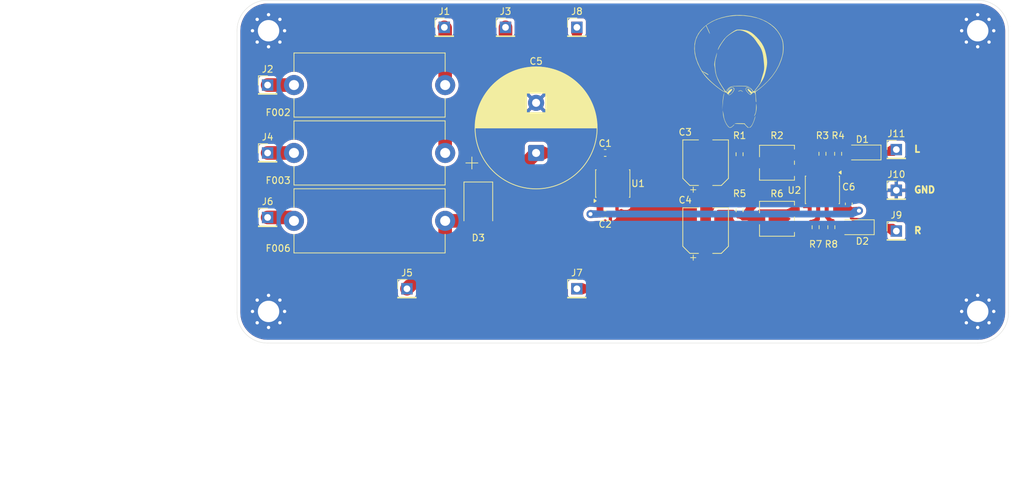
<source format=kicad_pcb>
(kicad_pcb (version 20241229) (generator "pcbnew") (generator_version "9.0")
  (layers (0 "F.Cu" signal) (2 "B.Cu" signal) (13 "F.Paste" user) (15 "B.Paste" user) (5 "F.SilkS" user "F.Silkscreen") (7 "B.SilkS" user "B.Silkscreen") (1 "F.Mask" user) (3 "B.Mask" user) (25 "Edge.Cuts" user))
  (net 0 "")
  (net 1 "GND")
  (net 2 "Net-(D3-K)")
  (net 3 "+5V")
  (net 4 "Net-(C3-Pad2)")
  (net 5 "Net-(J7-Pin_1)")
  (net 6 "Net-(J8-Pin_1)")
  (net 7 "Net-(C4-Pad2)")
  (net 8 "Net-(D1-K)")
  (net 9 "Net-(D1-A)")
  (net 10 "Net-(D2-A)")
  (net 11 "Net-(D2-K)")
  (net 12 "Net-(D3-A)")
  (net 13 "Net-(J4-Pin_1)")
  (net 14 "Net-(J1-Pin_1)")
  (net 15 "Net-(J6-Pin_1)")
  (net 16 "Net-(J2-Pin_1)")
  (net 17 "Net-(J3-Pin_1)")
  (net 18 "Net-(R1-Pad2)")
  (net 19 "Net-(U2A--)")
  (net 20 "Net-(R3-Pad2)")
  (net 21 "Net-(R5-Pad2)")
  (net 22 "Net-(U2B--)")
  (net 23 "Net-(R7-Pad2)")
  (footprint "Connector_PinHeader_2.54mm:PinHeader_1x01_P2.54mm_Vertical" (layer "F.Cu") (at 156.9245 79.7085)
    (property "Reference" "J8" (at 0 -2.38 0) (layer "F.SilkS"))
    (property "Value" "Conn_01x01_Pin")
    (pad "1" thru_hole rect (at 0 0) (size 1.7 1.7) (drill 1) (layers "*.Cu" "*.Mask") (net 6 "Net-(J8-Pin_1)"))
  )
  (footprint "Capacitor_SMD:CP_Elec_6.3x7.7" (layer "F.Cu") (at 176.1655 110.1235 90)
    (property "Reference" "C4" (at 4.572 -3.048 180) (layer "F.SilkS"))
    (property "Value" "22µF")
    (pad "1" smd roundrect (at -2.7 0 90) (size 3.5 1.6) (layers "F.Cu" "F.Mask" "F.Paste") (roundrect_rratio 0.15625) (net 5 "Net-(J7-Pin_1)"))
    (pad "2" smd roundrect (at 2.7 0 90) (size 3.5 1.6) (layers "F.Cu" "F.Mask" "F.Paste") (roundrect_rratio 0.15625) (net 7 "Net-(C4-Pad2)"))
  )
  (footprint "Resistor_SMD:R_0603_1608Metric" (layer "F.Cu") (at 195.9775 98.6305 90)
    (property "Reference" "R4" (at 2.731 0 180) (layer "F.SilkS"))
    (property "Value" "15k")
    (pad "1" smd roundrect (at -0.825 0 90) (size 0.8 0.95) (layers "F.Cu" "F.Mask" "F.Paste") (net 20 "Net-(R3-Pad2)"))
    (pad "2" smd roundrect (at 0.825 0 90) (size 0.8 0.95) (layers "F.Cu" "F.Mask" "F.Paste") (net 9 "Net-(D1-A)"))
  )
  (footprint "Connector_PinHeader_2.54mm:PinHeader_1x01_P2.54mm_Vertical" (layer "F.Cu") (at 204.6765 104.0925)
    (property "Reference" "J10" (at 0 -2.38 0) (layer "F.SilkS"))
    (property "Value" "Conn_01x01_Pin")
    (pad "1" thru_hole rect (at 0 0) (size 1.7 1.7) (drill 1) (layers "*.Cu" "*.Mask") (net 1 "GND"))
  )
  (footprint "Fuse:Fuseholder_Cylinder-5x20mm_Stelvio-Kontek_PTF78_Horizontal_Open" (layer "F.Cu") (at 114.6365 108.6645)
    (property "Reference" "F006" (at -2.3685 4.1115 0) (layer "F.SilkS"))
    (property "Value" "T1.6A")
    (pad "1" thru_hole circle (at 0 0) (size 3 3) (drill 1.5) (layers "*.Cu" "*.Mask") (net 15 "Net-(J6-Pin_1)"))
    (pad "2" thru_hole circle (at 22.6 0) (size 3 3) (drill 1.5) (layers "*.Cu" "*.Mask") (net 12 "Net-(D3-A)"))
  )
  (footprint "Connector_PinHeader_2.54mm:PinHeader_1x01_P2.54mm_Vertical" (layer "F.Cu") (at 110.6965 98.5045)
    (property "Reference" "J4" (at 0 -2.38 0) (layer "F.SilkS"))
    (property "Value" "Conn_01x01_Pin")
    (pad "1" thru_hole rect (at 0 0) (size 1.7 1.7) (drill 1) (layers "*.Cu" "*.Mask") (net 13 "Net-(J4-Pin_1)"))
  )
  (footprint "Potentiometer_SMD:Potentiometer_Vishay_TS53YL_Vertical" (layer "F.Cu") (at 186.8335 99.9635)
    (property "Reference" "R2" (at 0 -4.064 0) (layer "F.SilkS"))
    (property "Value" "5k")
    (pad "1" smd roundrect (at 2.75 -1.15) (size 1.3 1.3) (layers "F.Cu" "F.Mask" "F.Paste") (roundrect_rratio 0.192308) (net 18 "Net-(R1-Pad2)"))
    (pad "2" smd roundrect (at -2.75 0) (size 2 1.3) (layers "F.Cu" "F.Mask" "F.Paste") (roundrect_rratio 0.192308) (net 18 "Net-(R1-Pad2)"))
    (pad "3" smd roundrect (at 2.75 1.15) (size 1.3 1.3) (layers "F.Cu" "F.Mask" "F.Paste") (roundrect_rratio 0.192308) (net 19 "Net-(U2A--)"))
  )
  (footprint "Capacitor_THT:CP_Radial_D18.0mm_P7.50mm" (layer "F.Cu") (at 150.8285 98.5045 90)
    (property "Reference" "C5" (at 13.716 0 180) (layer "F.SilkS"))
    (property "Value" "10mF")
    (pad "1" thru_hole roundrect (at 0 0 90) (size 2.4 2.4) (drill 1.2) (layers "*.Cu" "*.Mask") (roundrect_rratio 0.104167) (net 2 "Net-(D3-K)"))
    (pad "2" thru_hole circle (at 7.5 0 90) (size 2.4 2.4) (drill 1.2) (layers "*.Cu" "*.Mask") (net 1 "GND"))
  )
  (footprint "Connector_PinHeader_2.54mm:PinHeader_1x01_P2.54mm_Vertical" (layer "F.Cu") (at 204.6765 97.9965)
    (property "Reference" "J11" (at 0 -2.38 0) (layer "F.SilkS"))
    (property "Value" "Conn_01x01_Pin")
    (pad "1" thru_hole rect (at 0 0) (size 1.7 1.7) (drill 1) (layers "*.Cu" "*.Mask") (net 8 "Net-(D1-K)"))
  )
  (footprint "Connector_PinHeader_2.54mm:PinHeader_1x01_P2.54mm_Vertical" (layer "F.Cu") (at 146.2565 79.7085)
    (property "Reference" "J3" (at 0 -2.38 0) (layer "F.SilkS"))
    (property "Value" "Conn_01x01_Pin")
    (pad "1" thru_hole rect (at 0 0) (size 1.7 1.7) (drill 1) (layers "*.Cu" "*.Mask") (net 17 "Net-(J3-Pin_1)"))
  )
  (footprint "Connector_PinHeader_2.54mm:PinHeader_1x01_P2.54mm_Vertical" (layer "F.Cu") (at 131.5245 118.8245)
    (property "Reference" "J5" (at 0 -2.38 0) (layer "F.SilkS"))
    (property "Value" "Conn_01x01_Pin")
    (pad "1" thru_hole rect (at 0 0) (size 1.7 1.7) (drill 1) (layers "*.Cu" "*.Mask") (net 12 "Net-(D3-A)"))
  )
  (footprint "Resistor_SMD:R_0603_1608Metric" (layer "F.Cu") (at 192.6125 109.6155 -90)
    (property "Reference" "R7" (at 2.54 0 0) (layer "F.SilkS"))
    (property "Value" "82k")
    (pad "1" smd roundrect (at -0.825 0 270) (size 0.8 0.95) (layers "F.Cu" "F.Mask" "F.Paste") (net 22 "Net-(U2B--)"))
    (pad "2" smd roundrect (at 0.825 0 270) (size 0.8 0.95) (layers "F.Cu" "F.Mask" "F.Paste") (net 23 "Net-(R7-Pad2)"))
  )
  (footprint "Diode_SMD:D_MiniMELF" (layer "F.Cu") (at 198.7085 109.6155 180)
    (property "Reference" "D2" (at -0.888 -2.097 0) (layer "F.SilkS"))
    (property "Value" "LL4148")
    (pad "1" smd roundrect (at -1.75 0 180) (size 1.3 1.7) (layers "F.Cu" "F.Mask" "F.Paste") (roundrect_rratio 0.1923076923) (net 11 "Net-(D2-K)"))
    (pad "2" smd roundrect (at 1.75 0 180) (size 1.3 1.7) (layers "F.Cu" "F.Mask" "F.Paste") (roundrect_rratio 0.1923076923) (net 10 "Net-(D2-A)"))
  )
  (footprint "MountingHole:MountingHole_3.2mm_M3_Pad_Via" (layer "F.Cu") (at 216.8365 122.2165)
    (property "Reference" "H4" (hide yes))
    (property "Value" "MountingHole_Pad")
    (pad "1" thru_hole circle (at -2.4 0) (size 0.8 0.8) (drill 0.5) (layers "*.Cu" "*.Mask") (net 1 "GND"))
    (pad "1" thru_hole circle (at -1.697056 -1.697056) (size 0.8 0.8) (drill 0.5) (layers "*.Cu" "*.Mask") (net 1 "GND"))
    (pad "1" thru_hole circle (at -1.697056 1.697056) (size 0.8 0.8) (drill 0.5) (layers "*.Cu" "*.Mask") (net 1 "GND"))
    (pad "1" thru_hole circle (at 0 -2.4) (size 0.8 0.8) (drill 0.5) (layers "*.Cu" "*.Mask") (net 1 "GND"))
    (pad "1" thru_hole circle (at 0 0) (size 6.4 6.4) (drill 3.2) (layers "*.Cu" "*.Mask") (net 1 "GND"))
    (pad "1" thru_hole circle (at 0 2.4) (size 0.8 0.8) (drill 0.5) (layers "*.Cu" "*.Mask") (net 1 "GND"))
    (pad "1" thru_hole circle (at 1.697056 -1.697056) (size 0.8 0.8) (drill 0.5) (layers "*.Cu" "*.Mask") (net 1 "GND"))
    (pad "1" thru_hole circle (at 1.697056 1.697056) (size 0.8 0.8) (drill 0.5) (layers "*.Cu" "*.Mask") (net 1 "GND"))
    (pad "1" thru_hole circle (at 2.4 0) (size 0.8 0.8) (drill 0.5) (layers "*.Cu" "*.Mask") (net 1 "GND"))
  )
  (footprint "Package_SO:SOIC-8_3.9x4.9mm_P1.27mm" (layer "F.Cu") (at 162.2875 103.0765 90)
    (property "Reference" "U1" (at 0 3.781 180) (layer "F.SilkS"))
    (property "Value" "L78L05_SO8")
    (pad "1" smd roundrect (at -2.475 -1.905 90) (size 1.95 0.6) (layers "F.Cu" "F.Mask" "F.Paste") (net 3 "+5V"))
    (pad "2" smd roundrect (at -2.475 -0.635 90) (size 1.95 0.6) (layers "F.Cu" "F.Mask" "F.Paste") (net 1 "GND"))
    (pad "3" smd roundrect (at -2.475 0.635 90) (size 1.95 0.6) (layers "F.Cu" "F.Mask" "F.Paste") (net 1 "GND"))
    (pad "4" smd roundrect (at -2.475 1.905 90) (size 1.95 0.6) (layers "F.Cu" "F.Mask" "F.Paste"))
    (pad "5" smd roundrect (at 2.475 1.905 90) (size 1.95 0.6) (layers "F.Cu" "F.Mask" "F.Paste"))
    (pad "6" smd roundrect (at 2.475 0.635 90) (size 1.95 0.6) (layers "F.Cu" "F.Mask" "F.Paste") (net 1 "GND"))
    (pad "7" smd roundrect (at 2.475 -0.635 90) (size 1.95 0.6) (layers "F.Cu" "F.Mask" "F.Paste") (net 1 "GND"))
    (pad "8" smd roundrect (at 2.475 -1.905 90) (size 1.95 0.6) (layers "F.Cu" "F.Mask" "F.Paste") (net 2 "Net-(D3-K)"))
  )
  (footprint "Potentiometer_SMD:Potentiometer_Vishay_TS53YL_Vertical" (layer "F.Cu") (at 186.8335 108.3515)
    (property "Reference" "R6" (at 0 -3.75 0) (layer "F.SilkS"))
    (property "Value" "5k")
    (pad "1" smd roundrect (at 2.75 -1.15) (size 1.3 1.3) (layers "F.Cu" "F.Mask" "F.Paste") (roundrect_rratio 0.192308) (net 21 "Net-(R5-Pad2)"))
    (pad "2" smd roundrect (at -2.75 0) (size 2 1.3) (layers "F.Cu" "F.Mask" "F.Paste") (roundrect_rratio 0.192308) (net 21 "Net-(R5-Pad2)"))
    (pad "3" smd roundrect (at 2.75 1.15) (size 1.3 1.3) (layers "F.Cu" "F.Mask" "F.Paste") (roundrect_rratio 0.192308) (net 22 "Net-(U2B--)"))
  )
  (footprint "Image:Frog" (layer "F.Cu") (at 170.986379 86.170356)
    (property "Reference" "Frog**" (hide yes))
    (property "Value" "Frog")
  )
  (footprint "Connector_PinHeader_2.54mm:PinHeader_1x01_P2.54mm_Vertical" (layer "F.Cu") (at 110.6965 108.1565)
    (property "Reference" "J6" (at 0 -2.38 0) (layer "F.SilkS"))
    (property "Value" "Conn_01x01_Pin")
    (pad "1" thru_hole rect (at 0 0) (size 1.7 1.7) (drill 1) (layers "*.Cu" "*.Mask") (net 15 "Net-(J6-Pin_1)"))
  )
  (footprint "Capacitor_SMD:CP_Elec_6.3x7.7" (layer "F.Cu") (at 176.1655 99.9635 90)
    (property "Reference" "C3" (at 4.572 -3.048 0) (layer "F.SilkS"))
    (property "Value" "22µF")
    (pad "1" smd roundrect (at -2.7 0 90) (size 3.5 1.6) (layers "F.Cu" "F.Mask" "F.Paste") (roundrect_rratio 0.15625) (net 6 "Net-(J8-Pin_1)"))
    (pad "2" smd roundrect (at 2.7 0 90) (size 3.5 1.6) (layers "F.Cu" "F.Mask" "F.Paste") (roundrect_rratio 0.15625) (net 4 "Net-(C3-Pad2)"))
  )
  (footprint "Capacitor_SMD:C_0603_1608Metric" (layer "F.Cu") (at 161.1575 107.6485)
    (property "Reference" "C2" (at 0 1.524 0) (layer "F.SilkS"))
    (property "Value" "100nF")
    (pad "1" smd roundrect (at -0.775 0) (size 0.9 0.95) (layers "F.Cu" "F.Mask" "F.Paste") (net 3 "+5V"))
    (pad "2" smd roundrect (at 0.775 0) (size 0.9 0.95) (layers "F.Cu" "F.Mask" "F.Paste") (net 1 "GND"))
  )
  (footprint "Connector_PinHeader_2.54mm:PinHeader_1x01_P2.54mm_Vertical" (layer "F.Cu") (at 137.1125 79.7085)
    (property "Reference" "J1" (at 0 -2.38 0) (layer "F.SilkS"))
    (property "Value" "Conn_01x01_Pin")
    (pad "1" thru_hole rect (at 0 0) (size 1.7 1.7) (drill 1) (layers "*.Cu" "*.Mask") (net 14 "Net-(J1-Pin_1)"))
  )
  (footprint "Resistor_SMD:R_0603_1608Metric" (layer "F.Cu") (at 193.6285 98.6305 90)
    (property "Reference" "R3" (at 2.731 0 180) (layer "F.SilkS"))
    (property "Value" "82k")
    (pad "1" smd roundrect (at -0.825 0 90) (size 0.8 0.95) (layers "F.Cu" "F.Mask" "F.Paste") (net 19 "Net-(U2A--)"))
    (pad "2" smd roundrect (at 0.825 0 90) (size 0.8 0.95) (layers "F.Cu" "F.Mask" "F.Paste") (net 20 "Net-(R3-Pad2)"))
  )
  (footprint "Fuse:Fuseholder_Cylinder-5x20mm_Stelvio-Kontek_PTF78_Horizontal_Open" (layer "F.Cu") (at 114.6365 88.3445)
    (property "Reference" "F002" (at -2.3685 4.1115 0) (layer "F.SilkS"))
    (property "Value" "T4A")
    (pad "1" thru_hole circle (at 0 0) (size 3 3) (drill 1.5) (layers "*.Cu" "*.Mask") (net 16 "Net-(J2-Pin_1)"))
    (pad "2" thru_hole circle (at 22.6 0) (size 3 3) (drill 1.5) (layers "*.Cu" "*.Mask") (net 14 "Net-(J1-Pin_1)"))
  )
  (footprint "Capacitor_SMD:C_0603_1608Metric" (layer "F.Cu") (at 197.5645 106.1245 90)
    (property "Reference" "C6" (at 2.54 0 180) (layer "F.SilkS"))
    (property "Value" "100nF")
    (pad "1" smd roundrect (at -0.775 0 90) (size 0.9 0.95) (layers "F.Cu" "F.Mask" "F.Paste") (net 3 "+5V"))
    (pad "2" smd roundrect (at 0.775 0 90) (size 0.9 0.95) (layers "F.Cu" "F.Mask" "F.Paste") (net 1 "GND"))
  )
  (footprint "Diode_SMD:D_MiniMELF" (layer "F.Cu") (at 199.7245 98.4395 180)
    (property "Reference" "D1" (at 0.128 1.967 0) (layer "F.SilkS"))
    (property "Value" "LL4148")
    (pad "1" smd roundrect (at -1.75 0 180) (size 1.3 1.7) (layers "F.Cu" "F.Mask" "F.Paste") (roundrect_rratio 0.1923076923) (net 8 "Net-(D1-K)"))
    (pad "2" smd roundrect (at 1.75 0 180) (size 1.3 1.7) (layers "F.Cu" "F.Mask" "F.Paste") (roundrect_rratio 0.1923076923) (net 9 "Net-(D1-A)"))
  )
  (footprint "Fuse:Fuseholder_Cylinder-5x20mm_Stelvio-Kontek_PTF78_Horizontal_Open" (layer "F.Cu") (at 114.6365 98.5045)
    (property "Reference" "F003" (at -2.3685 4.1115 0) (layer "F.SilkS"))
    (property "Value" "T4A")
    (pad "1" thru_hole circle (at 0 0) (size 3 3) (drill 1.5) (layers "*.Cu" "*.Mask") (net 13 "Net-(J4-Pin_1)"))
    (pad "2" thru_hole circle (at 22.6 0) (size 3 3) (drill 1.5) (layers "*.Cu" "*.Mask") (net 17 "Net-(J3-Pin_1)"))
  )
  (footprint "MountingHole:MountingHole_3.2mm_M3_Pad_Via" (layer "F.Cu") (at 110.8365 80.2165)
    (property "Reference" "H1" (hide yes))
    (property "Value" "MountingHole_Pad")
    (pad "1" thru_hole circle (at -2.4 0) (size 0.8 0.8) (drill 0.5) (layers "*.Cu" "*.Mask") (net 1 "GND"))
    (pad "1" thru_hole circle (at -1.697056 -1.697056) (size 0.8 0.8) (drill 0.5) (layers "*.Cu" "*.Mask") (net 1 "GND"))
    (pad "1" thru_hole circle (at -1.697056 1.697056) (size 0.8 0.8) (drill 0.5) (layers "*.Cu" "*.Mask") (net 1 "GND"))
    (pad "1" thru_hole circle (at 0 -2.4) (size 0.8 0.8) (drill 0.5) (layers "*.Cu" "*.Mask") (net 1 "GND"))
    (pad "1" thru_hole circle (at 0 0) (size 6.4 6.4) (drill 3.2) (layers "*.Cu" "*.Mask") (net 1 "GND"))
    (pad "1" thru_hole circle (at 0 2.4) (size 0.8 0.8) (drill 0.5) (layers "*.Cu" "*.Mask") (net 1 "GND"))
    (pad "1" thru_hole circle (at 1.697056 -1.697056) (size 0.8 0.8) (drill 0.5) (layers "*.Cu" "*.Mask") (net 1 "GND"))
    (pad "1" thru_hole circle (at 1.697056 1.697056) (size 0.8 0.8) (drill 0.5) (layers "*.Cu" "*.Mask") (net 1 "GND"))
    (pad "1" thru_hole circle (at 2.4 0) (size 0.8 0.8) (drill 0.5) (layers "*.Cu" "*.Mask") (net 1 "GND"))
  )
  (footprint "Resistor_SMD:R_0603_1608Metric" (layer "F.Cu") (at 181.2455 107.0815 -90)
    (property "Reference" "R5" (at -2.5 0 0) (layer "F.SilkS"))
    (property "Value" "10k")
    (pad "1" smd roundrect (at -0.825 0 270) (size 0.8 0.95) (layers "F.Cu" "F.Mask" "F.Paste") (net 7 "Net-(C4-Pad2)"))
    (pad "2" smd roundrect (at 0.825 0 270) (size 0.8 0.95) (layers "F.Cu" "F.Mask" "F.Paste") (net 21 "Net-(R5-Pad2)"))
  )
  (footprint "Connector_PinHeader_2.54mm:PinHeader_1x01_P2.54mm_Vertical" (layer "F.Cu") (at 156.9245 118.8245)
    (property "Reference" "J7" (at 0 -2.38 0) (layer "F.SilkS"))
    (property "Value" "Conn_01x01_Pin")
    (pad "1" thru_hole rect (at 0 0) (size 1.7 1.7) (drill 1) (layers "*.Cu" "*.Mask") (net 5 "Net-(J7-Pin_1)"))
  )
  (footprint "MountingHole:MountingHole_3.2mm_M3_Pad_Via" (layer "F.Cu") (at 110.8365 122.2165)
    (property "Reference" "H3" (hide yes))
    (property "Value" "MountingHole_Pad")
    (pad "1" thru_hole circle (at -2.4 0) (size 0.8 0.8) (drill 0.5) (layers "*.Cu" "*.Mask") (net 1 "GND"))
    (pad "1" thru_hole circle (at -1.697056 -1.697056) (size 0.8 0.8) (drill 0.5) (layers "*.Cu" "*.Mask") (net 1 "GND"))
    (pad "1" thru_hole circle (at -1.697056 1.697056) (size 0.8 0.8) (drill 0.5) (layers "*.Cu" "*.Mask") (net 1 "GND"))
    (pad "1" thru_hole circle (at 0 -2.4) (size 0.8 0.8) (drill 0.5) (layers "*.Cu" "*.Mask") (net 1 "GND"))
    (pad "1" thru_hole circle (at 0 0) (size 6.4 6.4) (drill 3.2) (layers "*.Cu" "*.Mask") (net 1 "GND"))
    (pad "1" thru_hole circle (at 0 2.4) (size 0.8 0.8) (drill 0.5) (layers "*.Cu" "*.Mask") (net 1 "GND"))
    (pad "1" thru_hole circle (at 1.697056 -1.697056) (size 0.8 0.8) (drill 0.5) (layers "*.Cu" "*.Mask") (net 1 "GND"))
    (pad "1" thru_hole circle (at 1.697056 1.697056) (size 0.8 0.8) (drill 0.5) (layers "*.Cu" "*.Mask") (net 1 "GND"))
    (pad "1" thru_hole circle (at 2.4 0) (size 0.8 0.8) (drill 0.5) (layers "*.Cu" "*.Mask") (net 1 "GND"))
  )
  (footprint "Capacitor_SMD:C_0603_1608Metric" (layer "F.Cu") (at 161.1575 98.5045)
    (property "Reference" "C1" (at 0 -1.43 0) (layer "F.SilkS"))
    (property "Value" "2.2µF")
    (pad "1" smd roundrect (at -0.775 0) (size 0.9 0.95) (layers "F.Cu" "F.Mask" "F.Paste") (net 2 "Net-(D3-K)"))
    (pad "2" smd roundrect (at 0.775 0) (size 0.9 0.95) (layers "F.Cu" "F.Mask" "F.Paste") (net 1 "GND"))
  )
  (footprint "Connector_PinHeader_2.54mm:PinHeader_1x01_P2.54mm_Vertical" (layer "F.Cu") (at 204.6765 110.1885)
    (property "Reference" "J9" (at 0 -2.38 0) (layer "F.SilkS"))
    (property "Value" "Conn_01x01_Pin")
    (pad "1" thru_hole rect (at 0 0) (size 1.7 1.7) (drill 1) (layers "*.Cu" "*.Mask") (net 11 "Net-(D2-K)"))
  )
  (footprint "MountingHole:MountingHole_3.2mm_M3_Pad_Via" (layer "F.Cu") (at 216.8365 80.2165)
    (property "Reference" "H2" (hide yes))
    (property "Value" "MountingHole_Pad")
    (pad "1" thru_hole circle (at -2.4 0) (size 0.8 0.8) (drill 0.5) (layers "*.Cu" "*.Mask") (net 1 "GND"))
    (pad "1" thru_hole circle (at -1.697056 -1.697056) (size 0.8 0.8) (drill 0.5) (layers "*.Cu" "*.Mask") (net 1 "GND"))
    (pad "1" thru_hole circle (at -1.697056 1.697056) (size 0.8 0.8) (drill 0.5) (layers "*.Cu" "*.Mask") (net 1 "GND"))
    (pad "1" thru_hole circle (at 0 -2.4) (size 0.8 0.8) (drill 0.5) (layers "*.Cu" "*.Mask") (net 1 "GND"))
    (pad "1" thru_hole circle (at 0 0) (size 6.4 6.4) (drill 3.2) (layers "*.Cu" "*.Mask") (net 1 "GND"))
    (pad "1" thru_hole circle (at 0 2.4) (size 0.8 0.8) (drill 0.5) (layers "*.Cu" "*.Mask") (net 1 "GND"))
    (pad "1" thru_hole circle (at 1.697056 -1.697056) (size 0.8 0.8) (drill 0.5) (layers "*.Cu" "*.Mask") (net 1 "GND"))
    (pad "1" thru_hole circle (at 1.697056 1.697056) (size 0.8 0.8) (drill 0.5) (layers "*.Cu" "*.Mask") (net 1 "GND"))
    (pad "1" thru_hole circle (at 2.4 0) (size 0.8 0.8) (drill 0.5) (layers "*.Cu" "*.Mask") (net 1 "GND"))
  )
  (footprint "Resistor_SMD:R_0603_1608Metric" (layer "F.Cu") (at 194.9615 109.6155 -90)
    (property "Reference" "R8" (at 2.54 0 0) (layer "F.SilkS"))
    (property "Value" "15k")
    (pad "1" smd roundrect (at -0.825 0 270) (size 0.8 0.95) (layers "F.Cu" "F.Mask" "F.Paste") (net 23 "Net-(R7-Pad2)"))
    (pad "2" smd roundrect (at 0.825 0 270) (size 0.8 0.95) (layers "F.Cu" "F.Mask" "F.Paste") (net 10 "Net-(D2-A)"))
  )
  (footprint "Connector_PinHeader_2.54mm:PinHeader_1x01_P2.54mm_Vertical" (layer "F.Cu") (at 110.6965 88.3445)
    (property "Reference" "J2" (at 0 -2.38 0) (layer "F.SilkS"))
    (property "Value" "Conn_01x01_Pin")
    (pad "1" thru_hole rect (at 0 0) (size 1.7 1.7) (drill 1) (layers "*.Cu" "*.Mask") (net 16 "Net-(J2-Pin_1)"))
  )
  (footprint "Resistor_SMD:R_0603_1608Metric" (layer "F.Cu") (at 181.2455 98.6935 -90)
    (property "Reference" "R1" (at -2.794 0 180) (layer "F.SilkS"))
    (property "Value" "10k")
    (pad "1" smd roundrect (at -0.825 0 270) (size 0.8 0.95) (layers "F.Cu" "F.Mask" "F.Paste") (net 4 "Net-(C3-Pad2)"))
    (pad "2" smd roundrect (at 0.825 0 270) (size 0.8 0.95) (layers "F.Cu" "F.Mask" "F.Paste") (net 18 "Net-(R1-Pad2)"))
  )
  (footprint "Diode_SMD:D_SMB" (layer "F.Cu") (at 142.1925 106.5145 -90)
    (property "Reference" "D3" (at 4.69 0 180) (layer "F.SilkS"))
    (property "Value" "S2M")
    (pad "1" smd roundrect (at -2.15 0 270) (size 2.5 2.3) (layers "F.Cu" "F.Mask" "F.Paste") (roundrect_rratio 0.1086956522) (net 2 "Net-(D3-K)"))
    (pad "2" smd roundrect (at 2.15 0 270) (size 2.5 2.3) (layers "F.Cu" "F.Mask" "F.Paste") (roundrect_rratio 0.1086956522) (net 12 "Net-(D3-A)"))
  )
  (footprint "Package_SO:SOIC-8_3.9x4.9mm_P1.27mm" (layer "F.Cu") (at 193.6275 104.0275 -90)
    (property "Reference" "U2" (at 0.065 4.191 180) (layer "F.SilkS"))
    (property "Value" "LM358")
    (pad "1" smd roundrect (at -2.475 -1.905 270) (size 1.95 0.6) (layers "F.Cu" "F.Mask" "F.Paste") (net 20 "Net-(R3-Pad2)"))
    (pad "2" smd roundrect (at -2.475 -0.635 270) (size 1.95 0.6) (layers "F.Cu" "F.Mask" "F.Paste") (net 19 "Net-(U2A--)"))
    (pad "3" smd roundrect (at -2.475 0.635 270) (size 1.95 0.6) (layers "F.Cu" "F.Mask" "F.Paste") (net 1 "GND"))
    (pad "4" smd roundrect (at -2.475 1.905 270) (size 1.95 0.6) (layers "F.Cu" "F.Mask" "F.Paste") (net 1 "GND"))
    (pad "5" smd roundrect (at 2.475 1.905 270) (size 1.95 0.6) (layers "F.Cu" "F.Mask" "F.Paste") (net 1 "GND"))
    (pad "6" smd roundrect (at 2.475 0.635 270) (size 1.95 0.6) (layers "F.Cu" "F.Mask" "F.Paste") (net 22 "Net-(U2B--)"))
    (pad "7" smd roundrect (at 2.475 -0.635 270) (size 1.95 0.6) (layers "F.Cu" "F.Mask" "F.Paste") (net 23 "Net-(R7-Pad2)"))
    (pad "8" smd roundrect (at 2.475 -1.905 270) (size 1.95 0.6) (layers "F.Cu" "F.Mask" "F.Paste") (net 3 "+5V"))
  )
  (gr_arc (start 106.1245 80.2165) (mid 107.463608 76.983608) (end 110.6965 75.6445) (stroke (width 0.05)) (layer "Edge.Cuts"))
  (gr_line (start 110.6965 75.6445) (end 216.8685 75.6445) (stroke (width 0.05)) (layer "Edge.Cuts"))
  (gr_arc (start 110.6965 126.9525) (mid 107.463608 125.613392) (end 106.1245 122.3805) (stroke (width 0.05)) (layer "Edge.Cuts"))
  (gr_line (start 106.1245 122.3805) (end 106.1245 80.2165) (stroke (width 0.05)) (layer "Edge.Cuts"))
  (gr_arc (start 221.4405 122.3805) (mid 220.101392 125.613392) (end 216.8685 126.9525) (stroke (width 0.05)) (layer "Edge.Cuts"))
  (gr_line (start 221.4405 80.2165) (end 221.4405 122.3805) (stroke (width 0.05)) (layer "Edge.Cuts"))
  (gr_line (start 216.8685 126.9525) (end 110.6965 126.9525) (stroke (width 0.05)) (layer "Edge.Cuts"))
  (gr_arc (start 216.8685 75.6445) (mid 220.101392 76.983608) (end 221.4405 80.2165) (stroke (width 0.05)) (layer "Edge.Cuts"))
  (gr_text "L" (at 207.2165 98.5045 0) (layer "F.SilkS") (effects (font (size 1 1) (thickness 0.25) (bold yes)) (justify left bottom)))
  (gr_text "R" (at 207.2165 110.6965 0) (layer "F.SilkS") (effects (font (size 1 1) (thickness 0.25) (bold yes)) (justify left bottom)))
  (gr_text "GND" (at 207.2165 104.6005 0) (layer "F.SilkS") (effects (font (size 1 1) (thickness 0.25) (bold yes)) (justify left bottom)))
  (segment (start 144.9685 104.3645) (end 150.8285 98.5045) (width 2.032) (layer "F.Cu") (net 2))
  (segment (start 160.3825 98.5045) (end 150.8285 98.5045) (width 1.016) (layer "F.Cu") (net 2))
  (segment (start 142.1925 104.3645) (end 144.9685 104.3645) (width 2.032) (layer "F.Cu") (net 2))
  (segment (start 160.3825 100.6015) (end 160.3825 98.5045) (width 1.016) (layer "F.Cu") (net 2))
  (segment (start 160.3825 105.5515) (end 160.3825 107.6485) (width 1.016) (layer "F.Cu") (net 3))
  (segment (start 197.5645 106.8995) (end 195.9295 106.8995) (width 1.016) (layer "F.Cu") (net 3))
  (segment (start 160.3825 107.6485) (end 158.9565 107.6485) (width 1.016) (layer "F.Cu") (net 3))
  (segment (start 197.8055 107.1405) (end 197.5645 106.8995) (width 1.016) (layer "F.Cu") (net 3))
  (segment (start 199.0885 107.1405) (end 197.8055 107.1405) (width 1.016) (layer "F.Cu") (net 3))
  (segment (start 195.9295 106.8995) (end 195.5325 106.5025) (width 0.508) (layer "F.Cu") (net 3))
  (via (at 158.9565 107.6485) (size 1.2) (drill 0.6) (layers "F.Cu" "B.Cu") (net 3))
  (via (at 199.0885 107.1405) (size 1.2) (drill 0.6) (layers "F.Cu" "B.Cu") (net 3))
  (segment (start 198.5805 107.1405) (end 198.0725 107.6485) (width 1.016) (layer "B.Cu") (net 3))
  (segment (start 199.0885 107.1405) (end 198.5805 107.1405) (width 1.016) (layer "B.Cu") (net 3))
  (segment (start 198.0725 107.6485) (end 158.9565 107.6485) (width 1.016) (layer "B.Cu") (net 3))
  (segment (start 176.1655 97.2635) (end 180.6405 97.2635) (width 0.508) (layer "F.Cu") (net 4))
  (segment (start 180.6405 97.2635) (end 181.2455 97.8685) (width 0.508) (layer "F.Cu") (net 4))
  (segment (start 156.9245 118.8245) (end 173.6885 118.8245) (width 1.016) (layer "F.Cu") (net 5))
  (segment (start 176.1655 116.3475) (end 176.1655 112.8235) (width 1.016) (layer "F.Cu") (net 5))
  (segment (start 173.6885 118.8245) (end 176.1655 116.3475) (width 1.016) (layer "F.Cu") (net 5))
  (segment (start 173.2755 102.6635) (end 156.9245 86.3125) (width 1.016) (layer "F.Cu") (net 6))
  (segment (start 176.1655 102.6635) (end 173.2755 102.6635) (width 1.016) (layer "F.Cu") (net 6))
  (segment (start 156.9245 86.3125) (end 156.9245 79.7085) (width 1.016) (layer "F.Cu") (net 6))
  (segment (start 177.3325 106.2565) (end 176.1655 107.4235) (width 0.508) (layer "F.Cu") (net 7))
  (segment (start 181.2455 106.2565) (end 177.3325 106.2565) (width 0.508) (layer "F.Cu") (net 7))
  (segment (start 201.4745 98.4395) (end 204.2335 98.4395) (width 1.016) (layer "F.Cu") (net 8))
  (segment (start 204.2335 98.4395) (end 204.6765 97.9965) (width 1.016) (layer "F.Cu") (net 8))
  (segment (start 197.3405 97.8055) (end 197.9745 98.4395) (width 0.508) (layer "F.Cu") (net 9))
  (segment (start 195.9775 97.8055) (end 197.3405 97.8055) (width 0.508) (layer "F.Cu") (net 9))
  (segment (start 196.1335 110.4405) (end 196.9585 109.6155) (width 0.508) (layer "F.Cu") (net 10))
  (segment (start 194.9615 110.4405) (end 196.1335 110.4405) (width 0.508) (layer "F.Cu") (net 10))
  (segment (start 204.1035 109.6155) (end 204.6765 110.1885) (width 1.016) (layer "F.Cu") (net 11))
  (segment (start 200.4585 109.6155) (end 204.1035 109.6155) (width 1.016) (layer "F.Cu") (net 11))
  (segment (start 137.2365 113.1125) (end 131.5245 118.8245) (width 2.032) (layer "F.Cu") (net 12))
  (segment (start 137.2365 108.6645) (end 142.1925 108.6645) (width 2.032) (layer "F.Cu") (net 12))
  (segment (start 137.2365 108.6645) (end 137.2365 113.1125) (width 2.032) (layer "F.Cu") (net 12))
  (segment (start 110.6965 98.5045) (end 114.6365 98.5045) (width 2.032) (layer "F.Cu") (net 13))
  (segment (start 137.2365 88.3445) (end 137.2365 79.8325) (width 2.032) (layer "F.Cu") (net 14))
  (segment (start 137.2365 79.8325) (end 137.1125 79.7085) (width 2.032) (layer "F.Cu") (net 14))
  (segment (start 114.1285 108.1565) (end 114.6365 108.6645) (width 2.032) (layer "F.Cu") (net 15))
  (segment (start 110.6965 108.1565) (end 114.1285 108.1565) (width 2.032) (layer "F.Cu") (net 15))
  (segment (start 110.6965 88.3445) (end 114.6365 88.3445) (width 2.032) (layer "F.Cu") (net 16))
  (segment (start 137.2365 96.3485) (end 146.2565 87.3285) (width 2.032) (layer "F.Cu") (net 17))
  (segment (start 137.2365 98.5045) (end 137.2365 96.3485) (width 2.032) (layer "F.Cu") (net 17))
  (segment (start 146.2565 87.3285) (end 146.2565 79.7085) (width 2.032) (layer "F.Cu") (net 17))
  (segment (start 189.5835 98.8135) (end 185.2335 98.8135) (width 0.508) (layer "F.Cu") (net 18))
  (segment (start 181.6905 99.9635) (end 181.2455 99.5185) (width 0.508) (layer "F.Cu") (net 18))
  (segment (start 184.0835 99.9635) (end 181.6905 99.9635) (width 0.508) (layer "F.Cu") (net 18))
  (segment (start 185.2335 98.8135) (end 184.0835 99.9635) (width 0.508) (layer "F.Cu") (net 18))
  (segment (start 193.6285 99.4555) (end 194.2625 100.0895) (width 0.508) (layer "F.Cu") (net 19))
  (segment (start 194.2625 100.0895) (end 194.2625 101.5525) (width 0.508) (layer "F.Cu") (net 19))
  (segment (start 191.2415 99.4555) (end 189.5835 101.1135) (width 0.508) (layer "F.Cu") (net 19))
  (segment (start 193.6285 99.4555) (end 191.2415 99.4555) (width 0.508) (layer "F.Cu") (net 19))
  (segment (start 193.6285 97.8055) (end 193.8195 97.8055) (width 0.508) (layer "F.Cu") (net 20))
  (segment (start 195.4695 99.4555) (end 195.9775 99.4555) (width 0.508) (layer "F.Cu") (net 20))
  (segment (start 195.5325 99.9005) (end 195.9775 99.4555) (width 0.508) (layer "F.Cu") (net 20))
  (segment (start 195.5325 101.5525) (end 195.5325 99.9005) (width 0.508) (layer "F.Cu") (net 20))
  (segment (start 193.8195 97.8055) (end 195.4695 99.4555) (width 0.508) (layer "F.Cu") (net 20))
  (segment (start 184.0835 107.4135) (end 184.0835 108.3515) (width 0.508) (layer "F.Cu") (net 21))
  (segment (start 184.2955 107.2015) (end 184.0835 107.4135) (width 0.508) (layer "F.Cu") (net 21))
  (segment (start 184.0835 108.3515) (end 181.6905 108.3515) (width 0.508) (layer "F.Cu") (net 21))
  (segment (start 181.6905 108.3515) (end 181.2455 107.9065) (width 0.508) (layer "F.Cu") (net 21))
  (segment (start 189.5835 107.2015) (end 184.2955 107.2015) (width 0.508) (layer "F.Cu") (net 21))
  (segment (start 191.1395 109.5015) (end 189.5835 109.5015) (width 0.508) (layer "F.Cu") (net 22))
  (segment (start 191.8505 108.7905) (end 191.1395 109.5015) (width 0.508) (layer "F.Cu") (net 22))
  (segment (start 192.9925 106.5025) (end 192.9925 108.4105) (width 0.508) (layer "F.Cu") (net 22))
  (segment (start 192.9925 108.4105) (end 192.6125 108.7905) (width 0.508) (layer "F.Cu") (net 22))
  (segment (start 192.6125 108.7905) (end 191.8505 108.7905) (width 0.508) (layer "F.Cu") (net 22))
  (segment (start 194.7705 108.7905) (end 194.9615 108.7905) (width 0.508) (layer "F.Cu") (net 23))
  (segment (start 193.1205 110.4405) (end 194.7705 108.7905) (width 0.508) (layer "F.Cu") (net 23))
  (segment (start 192.6125 110.4405) (end 193.1205 110.4405) (width 0.508) (layer "F.Cu") (net 23))
  (segment (start 194.2625 108.0915) (end 194.9615 108.7905) (width 0.508) (layer "F.Cu") (net 23))
  (segment (start 194.2625 106.5025) (end 194.2625 108.0915) (width 0.508) (layer "F.Cu") (net 23))
  (zone (net 1) (net_name "GND") (layers "F.Cu" "B.Cu") (connect_pads (clearance 0.5)) (min_thickness 0.25) (fill yes (thermal_gap 0.5) (thermal_bridge_width 0.5))
    (polygon (pts (xy 221.4405 75.6445) (xy 106.1245 75.6445) (xy 106.1245 126.9525) (xy 221.4405 126.9525)))
  )
)
</source>
